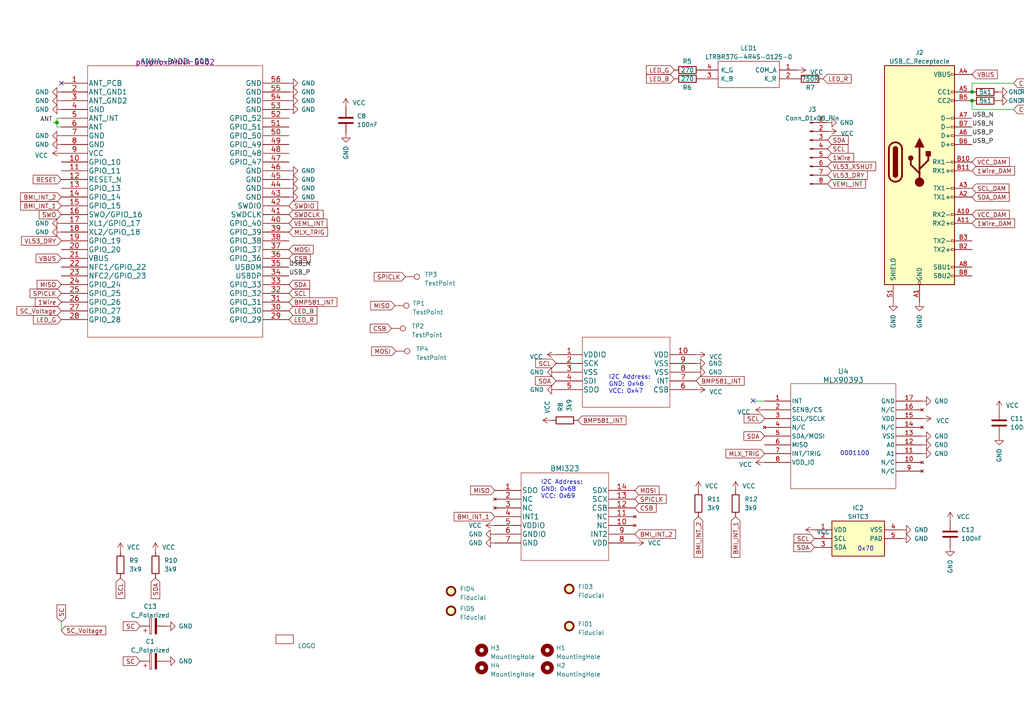
<source format=kicad_sch>
(kicad_sch (version 20230121) (generator eeschema)
  (paper "A4")
  (junction (at -80.01 208.28))
  (junction (at 16.51 35.56))
  (junction (at 281.94 26.67))
  (junction (at -80.01 215.9))
  (junction (at 281.94 29.21))
  (junction (at -71.12 208.28))
  (junction (at -104.14 119.38))
  (junction (at -74.295 249.555))
  (junction (at -30.48 83.185))
  (no_connect (at 218.44 116.205))
  (no_connect (at 17.78 24.13))
  (wire (pts (xy 281.94 24.13) (xy 294.005 24.13)))
  (wire (pts (xy -71.12 213.36) (xy -71.12 208.28)))
  (wire (pts (xy -104.14 119.38) (xy -104.14 120.015)))
  (wire (pts (xy 281.94 26.67) (xy 281.94 24.13)))
  (polyline (pts (xy -26.035 201.295) (xy -26.035 308.61)))
  (wire (pts (xy 281.94 29.21) (xy 281.94 31.75)))
  (wire (pts (xy -73.66 249.555) (xy -74.295 249.555)))
  (wire (pts (xy 16.51 35.56) (xy 16.51 36.83)))
  (wire (pts (xy -33.02 83.185) (xy -30.48 83.185)))
  (polyline (pts (xy -201.93 154.305) (xy -201.93 86.995)))
  (polyline (pts (xy -121.285 279.4) (xy -29.21 279.4)))
  (polyline (pts (xy -46.355 45.72) (xy -46.355 85.09)))
  (wire (pts (xy -57.785 107.95) (xy -50.165 107.95)))
  (wire (pts (xy -71.12 208.28) (xy -80.01 208.28)))
  (polyline (pts (xy -46.355 85.09) (xy -6.985 85.09)))
  (wire (pts (xy 16.51 34.29) (xy 16.51 35.56)))
  (wire (pts (xy 15.24 35.56) (xy 16.51 35.56)))
  (polyline (pts (xy -123.19 305.435) (xy -123.19 308.61)))
  (wire (pts (xy -80.01 215.9) (xy -71.12 215.9)))
  (wire (pts (xy 17.78 180.34) (xy 17.78 182.88)))
  (wire (pts (xy -74.295 242.57) (xy -74.295 249.555)))
  (wire (pts (xy 218.44 116.205) (xy 218.44 116.332)))
  (wire (pts (xy -30.48 81.915) (xy -30.48 83.185)))
  (polyline (pts (xy -26.035 308.61) (xy -123.19 308.61)))
  (wire (pts (xy -50.165 120.65) (xy -50.165 126.365)))
  (wire (pts (xy 221.742 116.332) (xy 218.44 116.332)))
  (wire (pts (xy -71.12 205.105) (xy -71.12 208.28)))
  (wire (pts (xy -33.02 51.435) (xy -30.48 51.435)))
  (wire (pts (xy -90.17 208.28) (xy -80.01 208.28)))
  (polyline (pts (xy -13.97 86.995) (xy -13.97 154.305)))
  (polyline (pts (xy -201.93 154.305) (xy -13.97 154.305)))
  (wire (pts (xy 16.51 36.83) (xy 17.78 36.83)))
  (wire (pts (xy -57.15 126.365) (xy -50.165 126.365)))
  (polyline (pts (xy -123.19 305.435) (xy -123.19 201.295)))
  (wire (pts (xy -30.48 83.185) (xy -29.845 83.185)))
  (wire (pts (xy 16.51 34.29) (xy 17.78 34.29)))
  (polyline (pts (xy -201.93 86.995) (xy -13.97 86.995)))
  (polyline (pts (xy -6.985 85.09) (xy -6.985 45.72)))
  (wire (pts (xy -33.02 83.185) (xy -33.02 81.915)))
  (polyline (pts (xy -8.255 45.72) (xy -46.355 45.72)))
  (polyline (pts (xy -123.19 201.295) (xy -26.035 201.295)))
  (wire (pts (xy -104.14 118.745) (xy -104.14 119.38)))
  (wire (pts (xy -50.165 107.95) (xy -50.165 115.57)))
  (wire (pts (xy -88.265 252.095) (xy -73.66 252.095)))
  (wire (pts (xy 281.94 31.75) (xy 294.005 31.75)))
  (polyline (pts (xy -120.015 236.855) (xy -27.94 236.855)))
  (polyline (pts (xy -39.37 198.755) (xy -39.37 199.39)))
  (polyline (pts (xy -8.255 45.72) (xy -6.985 45.72)))
  (wire (pts (xy -104.775 119.38) (xy -104.14 119.38)))
  (text "0x70" (at 248.666 160.02 0) (effects (font (size 1.27 1.27)) (justify left bottom)))
  (text "I2C Address:\nGND: 0x68\nVCC: 0x69" (at 156.845 144.78 0) (effects (font (size 1.27 1.27)) (justify left bottom)))
  (text "Current Limiter to Charge SC" (at -121.92 240.665 0) (effects (font (size 1.27 1.27)) (justify left bottom)))
  (text "0001100" (at 243.586 132.334 0) (effects (font (size 1.27 1.27)) (justify left bottom)))
  (text "boost to 3.3V" (at -121.285 281.94 0) (effects (font (size 1.27 1.27)) (justify left bottom)))
  (text "I2C Address:\nGND: 0x46\nVCC: 0x47" (at 176.53 114.3 0) (effects (font (size 1.27 1.27)) (justify left bottom)))
  (text "USB 5V to 2.95V" (at -121.92 205.105 0) (effects (font (size 1.27 1.27)) (justify left bottom)))
  (label "ANT" (at 15.24 35.56 180))
  (label "USB_P" (at 281.94 39.37 0))
  (label "USB_N" (at 281.94 34.29 0))
  (label "USB_P" (at 83.82 80.01 0))
  (label "USB_N" (at 83.82 77.47 0))
  (label "USB_P" (at 281.94 41.91 0))
  (label "USB_N" (at 281.94 36.83 0))
  (global_label "SC" (shape input) (at -54.61 292.1 90) (property "Intersheetrefs" "${INTERSHEET_REFS}" (effects hide)))
  (global_label "SWDIO" (shape input) (at -17.78 66.675 0) (property "Intersheetrefs" "${INTERSHEET_REFS}" (effects hide)))
  (global_label "MOSI" (shape input) (at 184.15 142.24 0) (property "Intersheetrefs" "${INTERSHEET_REFS}" (effects hide)))
  (global_label "VBUS" (shape input) (at -110.49 218.44 90) (property "Intersheetrefs" "${INTERSHEET_REFS}" (effects hide)))
  (global_label "VBUS" (shape input) (at -35.56 215.9 0) (property "Intersheetrefs" "${INTERSHEET_REFS}" (effects hide)))
  (global_label "VCC_DAM" (shape input) (at -168.91 116.84 180) (property "Intersheetrefs" "${INTERSHEET_REFS}" (effects hide)))
  (global_label "DAM_REF" (shape input) (at -73.025 110.49 180) (property "Intersheetrefs" "${INTERSHEET_REFS}" (effects hide)))
  (global_label "SC" (shape input) (at -62.865 293.37 0) (property "Intersheetrefs" "${INTERSHEET_REFS}" (effects hide)))
  (global_label "1Wire_DAM" (shape input) (at -158.75 139.7 270) (property "Intersheetrefs" "${INTERSHEET_REFS}" (effects hide)))
  (global_label "SCL" (shape input) (at 240.03 43.18 0) (property "Intersheetrefs" "${INTERSHEET_REFS}" (effects hide)))
  (global_label "SDA" (shape input) (at 236.22 158.75 180) (property "Intersheetrefs" "${INTERSHEET_REFS}" (effects hide)))
  (global_label "BUCK_OUT" (shape input) (at -104.775 254.635 90) (property "Intersheetrefs" "${INTERSHEET_REFS}" (effects hide)))
  (global_label "SWDCLK" (shape input) (at 83.82 62.23 0) (property "Intersheetrefs" "${INTERSHEET_REFS}" (effects hide)))
  (global_label "SCL_DAM" (shape input) (at 281.94 54.61 0) (property "Intersheetrefs" "${INTERSHEET_REFS}" (effects hide)))
  (global_label "1Wire" (shape input) (at 240.03 45.72 0) (property "Intersheetrefs" "${INTERSHEET_REFS}" (effects hide)))
  (global_label "SC" (shape input) (at 40.64 181.61 180) (property "Intersheetrefs" "${INTERSHEET_REFS}" (effects hide)))
  (global_label "MISO" (shape input) (at 114.554 88.646 180) (property "Intersheetrefs" "${INTERSHEET_REFS}" (effects hide)))
  (global_label "BUCK_OUT" (shape input) (at -73.66 262.255 270) (property "Intersheetrefs" "${INTERSHEET_REFS}" (effects hide)))
  (global_label "RESET" (shape input) (at -16.51 34.29 0) (property "Intersheetrefs" "${INTERSHEET_REFS}" (effects hide)))
  (global_label "VBUS" (shape input) (at -193.675 114.3 90) (property "Intersheetrefs" "${INTERSHEET_REFS}" (effects hide)))
  (global_label "CSB" (shape input) (at 184.15 147.32 0) (property "Intersheetrefs" "${INTERSHEET_REFS}" (effects hide)))
  (global_label "VBUS" (shape input) (at -158.75 99.06 90) (property "Intersheetrefs" "${INTERSHEET_REFS}" (effects hide)))
  (global_label "SDA" (shape input) (at 45.085 167.64 270) (property "Intersheetrefs" "${INTERSHEET_REFS}" (effects hide)))
  (global_label "SC_Voltage" (shape input) (at 17.78 182.88 0) (property "Intersheetrefs" "${INTERSHEET_REFS}" (effects hide)))
  (global_label "LED_R" (shape input) (at 83.82 92.71 0) (property "Intersheetrefs" "${INTERSHEET_REFS}" (effects hide)))
  (global_label "LED_G" (shape input) (at 195.58 20.32 180) (property "Intersheetrefs" "${INTERSHEET_REFS}" (effects hide)))
  (global_label "SCL" (shape input) (at 221.742 121.412 180) (property "Intersheetrefs" "${INTERSHEET_REFS}" (effects hide)))
  (global_label "SCL" (shape input) (at 34.925 167.64 270) (property "Intersheetrefs" "${INTERSHEET_REFS}" (effects hide)))
  (global_label "DAM_REF" (shape input) (at -104.775 119.38 180) (property "Intersheetrefs" "${INTERSHEET_REFS}" (effects hide)))
  (global_label "SCL" (shape input) (at 236.22 156.21 180) (property "Intersheetrefs" "${INTERSHEET_REFS}" (effects hide)))
  (global_label "VEML_INT" (shape input) (at 240.03 53.34 0) (property "Intersheetrefs" "${INTERSHEET_REFS}" (effects hide)))
  (global_label "SC_Voltage" (shape input) (at 17.78 90.17 180) (property "Intersheetrefs" "${INTERSHEET_REFS}" (effects hide)))
  (global_label "VBUS" (shape input) (at 17.78 74.93 180) (property "Intersheetrefs" "${INTERSHEET_REFS}" (effects hide)))
  (global_label "RESET" (shape input) (at -17.78 59.055 0) (property "Intersheetrefs" "${INTERSHEET_REFS}" (effects hide)))
  (global_label "CSB" (shape input) (at 113.538 95.25 180) (property "Intersheetrefs" "${INTERSHEET_REFS}" (effects hide)))
  (global_label "VBUS" (shape input) (at -34.925 107.95 90) (property "Intersheetrefs" "${INTERSHEET_REFS}" (effects hide)))
  (global_label "SCL" (shape input) (at -151.13 99.06 90) (property "Intersheetrefs" "${INTERSHEET_REFS}" (effects hide)))
  (global_label "VL53_DRY" (shape input) (at 240.03 50.8 0) (property "Intersheetrefs" "${INTERSHEET_REFS}" (effects hide)))
  (global_label "BUCK_OUT" (shape input) (at -43.18 249.555 0) (property "Intersheetrefs" "${INTERSHEET_REFS}" (effects hide)))
  (global_label "CC2" (shape input) (at 294.005 31.75 0) (property "Intersheetrefs" "${INTERSHEET_REFS}" (effects hide)))
  (global_label "SDA" (shape input) (at 240.03 40.64 0) (property "Intersheetrefs" "${INTERSHEET_REFS}" (effects hide)))
  (global_label "MOSI" (shape input) (at 114.808 101.854 180) (property "Intersheetrefs" "${INTERSHEET_REFS}" (effects hide)))
  (global_label "SCL_DAM" (shape input) (at -153.67 99.06 90) (property "Intersheetrefs" "${INTERSHEET_REFS}" (effects hide)))
  (global_label "DAM" (shape input) (at -138.43 116.84 0) (property "Intersheetrefs" "${INTERSHEET_REFS}" (effects hide)))
  (global_label "BMI_INT_2" (shape input) (at 17.78 57.15 180) (property "Intersheetrefs" "${INTERSHEET_REFS}" (effects hide)))
  (global_label "MOSI" (shape input) (at 83.82 72.39 0) (property "Intersheetrefs" "${INTERSHEET_REFS}" (effects hide)))
  (global_label "VL53_XSHUT" (shape input) (at 240.03 48.26 0) (property "Intersheetrefs" "${INTERSHEET_REFS}" (effects hide)))
  (global_label "VBUS" (shape input) (at -92.71 109.855 90) (property "Intersheetrefs" "${INTERSHEET_REFS}" (effects hide)))
  (global_label "MISO" (shape input) (at 17.78 82.55 180) (property "Intersheetrefs" "${INTERSHEET_REFS}" (effects hide)))
  (global_label "SWO" (shape input) (at -17.78 69.215 0) (property "Intersheetrefs" "${INTERSHEET_REFS}" (effects hide)))
  (global_label "MISO" (shape input) (at 143.51 142.24 180) (property "Intersheetrefs" "${INTERSHEET_REFS}" (effects hide)))
  (global_label "1Wire" (shape input) (at -156.21 139.7 270) (property "Intersheetrefs" "${INTERSHEET_REFS}" (effects hide)))
  (global_label "VCC_DAM" (shape input) (at 281.94 46.99 0) (property "Intersheetrefs" "${INTERSHEET_REFS}" (effects hide)))
  (global_label "DAM" (shape input) (at -168.91 121.92 180) (property "Intersheetrefs" "${INTERSHEET_REFS}" (effects hide)))
  (global_label "MLX_TRIG" (shape input) (at 83.82 67.31 0) (property "Intersheetrefs" "${INTERSHEET_REFS}" (effects hide)))
  (global_label "BMP581_INT" (shape input) (at 83.82 87.63 0) (property "Intersheetrefs" "${INTERSHEET_REFS}" (effects hide)))
  (global_label "SCL" (shape input) (at 161.29 105.41 180) (property "Intersheetrefs" "${INTERSHEET_REFS}" (effects hide)))
  (global_label "SDA" (shape input) (at 221.742 126.492 180) (property "Intersheetrefs" "${INTERSHEET_REFS}" (effects hide)))
  (global_label "DAM" (shape input) (at -168.91 114.3 180) (property "Intersheetrefs" "${INTERSHEET_REFS}" (effects hide)))
  (global_label "DAM" (shape input) (at -22.225 118.11 0) (property "Intersheetrefs" "${INTERSHEET_REFS}" (effects hide)))
  (global_label "LED_B" (shape input) (at 83.82 90.17 0) (property "Intersheetrefs" "${INTERSHEET_REFS}" (effects hide)))
  (global_label "1Wire" (shape input) (at 17.78 87.63 180) (property "Intersheetrefs" "${INTERSHEET_REFS}" (effects hide)))
  (global_label "BMI_INT_2" (shape input) (at 184.15 154.94 0) (property "Intersheetrefs" "${INTERSHEET_REFS}" (effects hide)))
  (global_label "CSB" (shape input) (at 83.82 74.93 0) (property "Intersheetrefs" "${INTERSHEET_REFS}" (effects hide)))
  (global_label "SDA" (shape input) (at 83.82 82.55 0) (property "Intersheetrefs" "${INTERSHEET_REFS}" (effects hide)))
  (global_label "VBUS" (shape input) (at -35.56 213.36 0) (property "Intersheetrefs" "${INTERSHEET_REFS}" (effects hide)))
  (global_label "1Wire_DAM" (shape input) (at 281.94 49.53 0) (property "Intersheetrefs" "${INTERSHEET_REFS}" (effects hide)))
  (global_label "SPICLK" (shape input) (at 117.602 80.264 180) (property "Intersheetrefs" "${INTERSHEET_REFS}" (effects hide)))
  (global_label "BMI_INT_1" (shape input) (at 213.36 149.86 270) (property "Intersheetrefs" "${INTERSHEET_REFS}" (effects hide)))
  (global_label "BUCK_OUT" (shape input) (at -43.18 254.635 0) (property "Intersheetrefs" "${INTERSHEET_REFS}" (effects hide)))
  (global_label "SDA_DAM" (shape input) (at 281.94 57.15 0) (property "Intersheetrefs" "${INTERSHEET_REFS}" (effects hide)))
  (global_label "SC" (shape input) (at 40.64 191.77 180) (property "Intersheetrefs" "${INTERSHEET_REFS}" (effects hide)))
  (global_label "SC" (shape input) (at -70.485 298.45 0) (property "Intersheetrefs" "${INTERSHEET_REFS}" (effects hide)))
  (global_label "CC2" (shape input) (at -72.39 123.825 180) (property "Intersheetrefs" "${INTERSHEET_REFS}" (effects hide)))
  (global_label "SDA_DAM" (shape input) (at -138.43 119.38 0) (property "Intersheetrefs" "${INTERSHEET_REFS}" (effects hide)))
  (global_label "SCL" (shape input) (at 83.82 85.09 0) (property "Intersheetrefs" "${INTERSHEET_REFS}" (effects hide)))
  (global_label "SPICLK" (shape input) (at 17.78 85.09 180) (property "Intersheetrefs" "${INTERSHEET_REFS}" (effects hide)))
  (global_label "VBUS" (shape input) (at 281.94 21.59 0) (property "Intersheetrefs" "${INTERSHEET_REFS}" (effects hide)))
  (global_label "BMI_INT_2" (shape input) (at 202.565 149.86 270) (property "Intersheetrefs" "${INTERSHEET_REFS}" (effects hide)))
  (global_label "LED_B" (shape input) (at 195.58 22.86 180) (property "Intersheetrefs" "${INTERSHEET_REFS}" (effects hide)))
  (global_label "1Wire_DAM" (shape input) (at 281.94 64.77 0) (property "Intersheetrefs" "${INTERSHEET_REFS}" (effects hide)))
  (global_label "VBUS" (shape input) (at -104.14 111.125 90) (property "Intersheetrefs" "${INTERSHEET_REFS}" (effects hide)))
  (global_label "VEML_INT" (shape input) (at 83.82 64.77 0) (property "Intersheetrefs" "${INTERSHEET_REFS}" (effects hide)))
  (global_label "SWDIO" (shape input) (at 83.82 59.69 0) (property "Intersheetrefs" "${INTERSHEET_REFS}" (effects hide)))
  (global_label "DAM_REF" (shape input) (at -72.39 128.905 180) (property "Intersheetrefs" "${INTERSHEET_REFS}" (effects hide)))
  (global_label "CC1" (shape input) (at 294.005 24.13 0) (property "Intersheetrefs" "${INTERSHEET_REFS}" (effects hide)))
  (global_label "SPICLK" (shape input) (at 184.15 144.78 0) (property "Intersheetrefs" "${INTERSHEET_REFS}" (effects hide)))
  (global_label "SC" (shape input) (at -66.675 242.57 0) (property "Intersheetrefs" "${INTERSHEET_REFS}" (effects hide)))
  (global_label "VL53_DRY" (shape input) (at 17.78 69.85 180) (property "Intersheetrefs" "${INTERSHEET_REFS}" (effects hide)))
  (global_label "SWO" (shape input) (at 17.78 62.23 180) (property "Intersheetrefs" "${INTERSHEET_REFS}" (effects hide)))
  (global_label "BMI_INT_1" (shape input) (at 143.51 149.86 180) (property "Intersheetrefs" "${INTERSHEET_REFS}" (effects hide)))
  (global_label "LED_G" (shape input) (at 17.78 92.71 180) (property "Intersheetrefs" "${INTERSHEET_REFS}" (effects hide)))
  (global_label "BUCK_OUT" (shape input) (at -71.12 205.105 0) (property "Intersheetrefs" "${INTERSHEET_REFS}" (effects hide)))
  (global_label "BMP581_INT" (shape input) (at 201.93 110.49 0) (property "Intersheetrefs" "${INTERSHEET_REFS}" (effects hide)))
  (global_label "BMP581_INT" (shape input) (at 167.64 121.92 0) (property "Intersheetrefs" "${INTERSHEET_REFS}" (effects hide)))
  (global_label "RESET" (shape input) (at 17.78 52.07 180) (property "Intersheetrefs" "${INTERSHEET_REFS}" (effects hide)))
  (global_label "DAM" (shape input) (at -156.21 99.06 90) (property "Intersheetrefs" "${INTERSHEET_REFS}" (effects hide)))
  (global_label "SDA" (shape input) (at -138.43 121.92 0) (property "Intersheetrefs" "${INTERSHEET_REFS}" (effects hide)))
  (global_label "BMI_INT_1" (shape input) (at 17.78 59.69 180) (property "Intersheetrefs" "${INTERSHEET_REFS}" (effects hide)))
  (global_label "VCC_DAM" (shape input) (at 281.94 62.23 0) (property "Intersheetrefs" "${INTERSHEET_REFS}" (effects hide)))
  (global_label "SC" (shape input) (at -111.125 293.37 180) (property "Intersheetrefs" "${INTERSHEET_REFS}" (effects hide)))
  (global_label "SC" (shape input) (at 17.78 180.34 90) (property "Intersheetrefs" "${INTERSHEET_REFS}" (effects hide)))
  (global_label "LED_R" (shape input) (at 238.76 22.86 0) (property "Intersheetrefs" "${INTERSHEET_REFS}" (effects hide)))
  (global_label "SDA" (shape input) (at 161.29 110.49 180) (property "Intersheetrefs" "${INTERSHEET_REFS}" (effects hide)))
  (global_label "CC1" (shape input) (at -73.025 105.41 180) (property "Intersheetrefs" "${INTERSHEET_REFS}" (effects hide)))
  (global_label "SWDCLK" (shape input) (at -17.78 64.135 0) (property "Intersheetrefs" "${INTERSHEET_REFS}" (effects hide)))
  (global_label "MLX_TRIG" (shape input) (at 221.742 131.572 180) (property "Intersheetrefs" "${INTERSHEET_REFS}" (effects hide)))
  (symbol (lib_id "power:GND") (at 201.93 107.95 90) (unit 1)
    (property "Reference" "#PWR018" (effects hide))
    (property "Value" "GND" (at 209.55 107.95 90) (effects (justify left)))
  )
  (symbol (lib_id "power:GND") (at 17.78 31.75 270) (unit 1)
    (property "Reference" "#PWR035" (effects hide))
    (property "Value" "GND" (at 10.16 31.75 90) (effects (justify left)))
  )
  (symbol (lib_id "power:VCC") (at 231.14 20.32 270) (unit 1)
    (property "Reference" "#PWR056" (effects hide))
    (property "Value" "VCC" (at 234.95 20.955 90) (effects (justify left)))
  )
  (symbol (lib_id "power:GND") (at 100.33 38.735 0) (unit 1)
    (property "Reference" "#PWR044" (effects hide))
    (property "Value" "GND" (at 100.33 46.355 90) (effects (justify left)))
  )
  (symbol (lib_id "power:GND") (at 240.03 35.56 90) (unit 1)
    (property "Reference" "#PWR096" (effects hide))
    (property "Value" "GND" (at 247.65 35.56 90) (effects (justify left)))
  )
  (symbol (lib_id "power:VCC") (at 160.02 121.92 90) (unit 1)
    (property "Reference" "#PWR061" (effects hide))
    (property "Value" "VCC" (at 158.7499 120.015 0) (effects (justify left)))
  )
  (symbol (lib_id "Device:R") (at 213.36 146.05 0) (unit 1) (in_bom no)
    (property "Reference" "R12" (at 215.9 144.7799 0) (effects (justify left)))
    (property "Value" "3k9" (at 215.9 147.3199 0) (effects (justify left)))
    (property "Footprint" "Resistor_SMD:R_0603_1608Metric" (effects hide))
    (property "Hersteller-Teilenummer" "CRCW06033K90JNEB" (effects hide))
    (property "Verpackung" "R8" (effects hide))
  )
  (symbol (lib_id "power:GND") (at 48.26 191.77 90) (unit 1)
    (property "Reference" "#PWR01" (effects hide))
    (property "Value" "GND" (at 55.88 191.77 90) (effects (justify left)))
  )
  (symbol (lib_id "power:GND") (at 275.59 158.75 0) (unit 1)
    (property "Reference" "#PWR084" (effects hide))
    (property "Value" "GND" (at 275.59 166.37 90) (effects (justify left)))
  )
  (symbol (lib_id "power:GND") (at 83.82 52.07 90) (unit 1)
    (property "Reference" "#PWR027" (effects hide))
    (property "Value" "GND" (at 91.44 52.07 90) (effects (justify left)))
  )
  (symbol (lib_id "Device:C") (at 289.814 122.682 0) (unit 1)
    (property "Reference" "C11" (at 292.989 121.4119 0) (effects (justify left)))
    (property "Value" "100nF" (at 292.989 123.9519 0) (effects (justify left)))
    (property "Footprint" "Capacitor_SMD:C_0603_1608Metric" (effects hide))
    (property "Hersteller-Teilenummer" "CC0603KRX7R7BB104" (effects hide))
    (property "Verpackung" "R8" (effects hide))
  )
  (symbol (lib_id "power:GND") (at 143.51 154.94 270) (unit 1)
    (property "Reference" "#PWR015" (effects hide))
    (property "Value" "GND" (at 135.89 154.94 90) (effects (justify left)))
  )
  (symbol (lib_id "power:GND") (at 316.992 128.524 0) (unit 1)
    (property "Reference" "#PWR070" (effects hide))
    (property "Value" "GND" (at 316.992 136.144 90) (effects (justify left)))
  )
  (symbol (lib_id "Connector:USB_C_Receptacle") (at 266.7 46.99 0) (unit 1)
    (property "Reference" "J2" (at 266.7 15.24 0))
    (property "Value" "USB_C_Receptacle" (at 266.7 17.78 0))
    (property "Footprint" "phyphox:USB_C_Receptacle_Molex_105450-0101" (effects hide))
    (property "Datasheet" "https://www.usb.org/sites/default/files/documents/usb_type-c.zip" (effects hide))
    (property "Hersteller-Teilenummer" "105450-0101" (effects hide))
    (property "Verpackung" "R24" (effects hide))
  )
  (symbol (lib_id "Device:R") (at 163.83 121.92 90) (unit 1) (in_bom no)
    (property "Reference" "R8" (at 162.5599 119.38 0) (effects (justify left)))
    (property "Value" "3k9" (at 165.0999 119.38 0) (effects (justify left)))
    (property "Footprint" "Resistor_SMD:R_0603_1608Metric" (effects hide))
    (property "Hersteller-Teilenummer" "CRCW06033K90JNEB" (effects hide))
    (property "Verpackung" "R8" (effects hide))
  )
  (symbol (lib_id "Device:C") (at -54.61 295.91 0) (unit 1)
    (property "Reference" "C4" (at -51.435 294.6399 0) (effects (justify left)))
    (property "Value" "10uF" (at -51.435 297.1799 0) (effects (justify left)))
    (property "Footprint" "Capacitor_SMD:C_0805_2012Metric" (effects hide))
    (property "Hersteller-Teilenummer" "GRM21BR61C106KE15L" (effects hide))
    (property "Verpackung" "R8" (effects hide))
  )
  (symbol (lib_id "Device:R") (at -104.14 123.825 0) (unit 1)
    (property "Reference" "R18" (at -101.6 122.5549 0) (effects (justify left)))
    (property "Value" "3k9" (at -101.6 125.0949 0) (effects (justify left)))
    (property "Footprint" "Resistor_SMD:R_0603_1608Metric" (effects hide))
    (property "Hersteller-Teilenummer" "CRCW06033K90JNEB" (effects hide))
    (property "Verpackung" "R8" (effects hide))
  )
  (symbol (lib_id "power:GND") (at 83.82 54.61 90) (unit 1)
    (property "Reference" "#PWR028" (effects hide))
    (property "Value" "GND" (at 91.44 54.61 90) (effects (justify left)))
  )
  (symbol (lib_id "power:GND") (at 83.82 29.21 90) (unit 1)
    (property "Reference" "#PWR032" (effects hide))
    (property "Value" "GND" (at 91.44 29.21 90) (effects (justify left)))
  )
  (symbol (lib_id "Device:R") (at 34.925 163.83 0) (unit 1)
    (property "Reference" "R9" (at 37.465 162.5599 0) (effects (justify left)))
    (property "Value" "3k9" (at 37.465 165.0999 0) (effects (justify left)))
    (property "Footprint" "Resistor_SMD:R_0603_1608Metric" (effects hide))
    (property "Hersteller-Teilenummer" "CRCW06033K90JNEB" (effects hide))
    (property "Verpackung" "R8" (effects hide))
  )
  (symbol (lib_id "phyphox-symbols:BMP581") (at 161.29 102.87 0) (unit 1)
    (property "Reference" "U3" (effects hide))
    (property "Value" "BMP581" (effects hide))
    (property "Footprint" "phyphox:BMP581" (effects hide))
    (property "Hersteller-Teilenummer" "BMP581" (effects hide))
    (property "Verpackung" "R12" (effects hide))
  )
  (symbol (lib_id "power:GND") (at -193.675 121.92 0) (unit 1)
    (property "Reference" "#PWR073" (effects hide))
    (property "Value" "GND" (at -193.675 129.54 90) (effects (justify left)))
  )
  (symbol (lib_id "Device:R") (at 234.95 22.86 270) (unit 1)
    (property "Reference" "R7" (at 233.68 25.4 90) (effects (justify left)))
    (property "Value" "750R" (at 232.41 22.86 90) (effects (justify left)))
    (property "Footprint" "Resistor_SMD:R_0603_1608Metric" (effects hide))
    (property "Hersteller-Teilenummer" "CR0603-JW-751ELF" (effects hide))
    (property "Verpackung" "R8" (effects hide))
  )
  (symbol (lib_id "Device:C") (at 303.53 124.46 0) (unit 1)
    (property "Reference" "C9" (at 306.705 123.1899 0) (effects (justify left)))
    (property "Value" "100nF" (at 306.705 125.7299 0) (effects (justify left)))
    (property "Footprint" "Capacitor_SMD:C_0603_1608Metric" (effects hide))
    (property "Hersteller-Teilenummer" "CC0603KRX7R7BB104" (effects hide))
    (property "Verpackung" "R8" (effects hide))
  )
  (symbol (lib_id "power:GND") (at 289.814 126.492 0) (unit 1)
    (property "Reference" "#PWR082" (effects hide))
    (property "Value" "GND" (at 289.814 134.112 90) (effects (justify left)))
  )
  (symbol (lib_id "power:GND") (at -110.49 226.06 0) (unit 1)
    (property "Reference" "#PWR05" (effects hide))
    (property "Value" "GND" (at -110.49 233.68 90) (effects (justify left)))
  )
  (symbol (lib_id "power:GND") (at 267.462 126.492 90) (unit 1)
    (property "Reference" "#PWR048" (effects hide))
    (property "Value" "GND" (at 275.082 126.492 90) (effects (justify left)))
  )
  (symbol (lib_id "power:VCC") (at 201.93 113.03 270) (unit 1)
    (property "Reference" "#PWR046" (effects hide))
    (property "Value" "VCC" (at 205.74 113.665 90) (effects (justify left)))
  )
  (symbol (lib_id "Connector:Conn_01x08_Pin") (at 234.95 43.18 0) (unit 1)
    (property "Reference" "J3" (at 235.585 31.75 0))
    (property "Value" "Conn_01x08_Pin" (at 235.585 34.29 0))
    (property "Footprint" "Connector_PinSocket_1.00mm:PinSocket_1x08_P1.00mm_Vertical_SMD_Pin1Left" (effects hide))
    (property "Hersteller-Teilenummer" "BC070-08-A-1-L-C" (effects hide))
  )
  (symbol (lib_id "Connector:Conn_ARM_JTAG_SWD_10") (at -30.48 66.675 0) (unit 1) (in_bom no)
    (property "Reference" "J1" (at -42.545 65.4049 0) (effects (justify right)))
    (property "Value" "Conn_ARM_JTAG_SWD_10" (at -19.05 48.26 0) (effects (justify right)))
    (property "Footprint" "phyphox:Tag-Connect_TC2050-IDC-NL_2x05_P1.27mm_Vertical" (effects hide))
    (property "Datasheet" "http://infocenter.arm.com/help/topic/com.arm.doc.ddi0314h/DDI0314H_coresight_components_trm.pdf" (effects hide))
  )
  (symbol (lib_id "power:GND") (at -151.13 139.7 0) (unit 1)
    (property "Reference" "#PWR075" (effects hide))
    (property "Value" "GND" (at -151.13 147.32 90) (effects (justify left)))
  )
  (symbol (lib_id "power:GND") (at -81.915 249.555 180) (unit 1)
    (property "Reference" "#PWR025" (effects hide))
    (property "Value" "GND" (at -81.915 241.935 90) (effects (justify left)))
  )
  (symbol (lib_id "power:VCC") (at 289.814 118.872 0) (unit 1)
    (property "Reference" "#PWR081" (effects hide))
    (property "Value" "VCC" (at 291.719 117.6019 0) (effects (justify left)))
  )
  (symbol (lib_id "power:VCC") (at 221.742 134.112 90) (unit 1)
    (property "Reference" "#PWR051" (effects hide))
    (property "Value" "VCC" (at 218.186 134.747 90) (effects (justify left)))
  )
  (symbol (lib_id "Device:R") (at 199.39 22.86 90) (unit 1)
    (property "Reference" "R6" (at 200.66 25.4 90) (effects (justify left)))
    (property "Value" "270" (at 201.295 22.86 90) (effects (justify left)))
    (property "Footprint" "Resistor_SMD:R_0603_1608Metric" (effects hide))
    (property "Hersteller-Teilenummer" "AC0603JR-07270RL" (effects hide))
    (property "Verpackung" "R8" (effects hide))
  )
  (symbol (lib_id "power:GND") (at -104.14 127.635 0) (unit 1)
    (property "Reference" "#PWR091" (effects hide))
    (property "Value" "GND" (at -104.14 135.255 90) (effects (justify left)))
  )
  (symbol (lib_id "power:GND") (at 267.462 131.572 90) (unit 1)
    (property "Reference" "#PWR050" (effects hide))
    (property "Value" "GND" (at 275.082 131.572 90) (effects (justify left)))
  )
  (symbol (lib_id "power:GND") (at 161.29 107.95 270) (unit 1)
    (property "Reference" "#PWR016" (effects hide))
    (property "Value" "GND" (at 153.67 107.95 90) (effects (justify left)))
  )
  (symbol (lib_id "power:GND") (at 266.7 87.63 0) (unit 1)
    (property "Reference" "#PWR019" (effects hide))
    (property "Value" "GND" (at 266.7 95.25 90) (effects (justify left)))
  )
  (symbol (lib_id "power:VCC") (at 202.565 142.24 0) (unit 1)
    (property "Reference" "#PWR063" (effects hide))
    (property "Value" "VCC" (at 204.47 140.9699 0) (effects (justify left)))
  )
  (symbol (lib_id "Mechanical:Fiducial") (at 165.1 170.815 0) (unit 1)
    (property "Reference" "FID3" (at 167.64 170.18 0) (effects (justify left)))
    (property "Value" "Fiducial" (at 167.64 172.72 0) (effects (justify left)))
    (property "Footprint" "Fiducial:Fiducial_0.5mm_Mask1mm" (effects hide))
  )
  (symbol (lib_id "Connector:TestPoint") (at 117.602 80.264 270) (unit 1)
    (property "Reference" "TP3" (at 123.19 79.629 90) (effects (justify left)))
    (property "Value" "TestPoint" (at 123.19 82.169 90) (effects (justify left)))
    (property "Footprint" "TestPoint:TestPoint_Pad_D1.0mm" (effects hide))
  )
  (symbol (lib_id "phyphox-symbols:TMUX1511RSVR") (at -168.91 114.3 0) (unit 1)
    (property "Reference" "IC6" (effects hide))
    (property "Value" "TMUX1511RSVR" (at -134.62 111.1503 0))
    (property "Footprint" "phyphox:QFN40P180X260X55-16N" (effects hide))
    (property "Datasheet" "http://www.ti.com/lit/ds/symlink/tmux1511.pdf" (effects hide))
    (property "Height" "0.55" (effects hide))
    (property "Mouser Part Number" "595-TMUX1511RSVR" (effects hide))
    (property "Mouser Price/Stock" "https://www.mouser.co.uk/ProductDetail/Texas-Instruments/TMUX1511RSVR?qs=PqoDHHvF648fktrCSdjlhA%3D%3D" (effects hide))
    (property "Manufacturer_Name" "Texas Instruments" (effects hide))
    (property "Manufacturer_Part_Number" "TMUX1511RSVR" (effects hide))
    (property "Hersteller-Teilenummer" "TMUX1511RSVR" (effects hide))
    (property "Verpackung" "R12" (effects hide))
  )
  (symbol (lib_id "power:GND") (at -29.845 83.185 90) (unit 1)
    (property "Reference" "#PWR078" (effects hide))
    (property "Value" "GND" (at -26.67 83.1849 90) (effects (justify right)))
  )
  (symbol (lib_id "power:VCC") (at 161.29 102.87 90) (unit 1)
    (property "Reference" "#PWR059" (effects hide))
    (property "Value" "VCC" (at 157.48 103.505 90) (effects (justify left)))
  )
  (symbol (lib_id "Amplifier_Operational:LM358") (at -90.17 117.475 0) (unit 3)
    (property "Reference" "U5" (at -90.17 116.84 0) (effects (justify left)))
    (property "Value" "LM358" (at -90.17 119.38 0) (effects (justify left)))
    (property "Footprint" "Package_TO_SOT_SMD:SOT-23-8" (effects hide))
    (property "Datasheet" "http://www.ti.com/lit/ds/symlink/lm2904-n.pdf" (effects hide))
    (property "Hersteller-Teilenummer" "LM2904BIDDFR" (effects hide))
    (property "Verpackung" "R8" (effects hide))
  )
  (symbol (lib_id "phyphox-symbols:SHTC3") (at 236.22 153.67 0) (unit 1)
    (property "Reference" "IC2" (at 248.92 147.32 0))
    (property "Value" "SHTC3" (at 248.92 149.86 0))
    (property "Footprint" "SHTC3" (effects hide))
    (property "Datasheet" "https://www.glynshop.com/erp/owweb/Daten/Datenblaetter/Sensirion/SHTC3.pdf" (effects hide))
    (property "Height" "0.75" (effects hide))
    (property "Mouser Part Number" "403-SHTC3" (effects hide))
    (property "Mouser Price/Stock" "https://www.mouser.co.uk/ProductDetail/Sensirion/SHTC3?qs=y6ZabgHbY%252Bx3LlA87fqBwg%3D%3D" (effects hide))
    (property "Manufacturer_Name" "Sensirion" (effects hide))
    (property "Manufacturer_Part_Number" "SHTC3" (effects hide))
    (property "Hersteller-Teilenummer" "SHTC3" (effects hide))
    (property "Verpackung" "R8" (effects hide))
  )
  (symbol (lib_id "power:GND") (at 161.29 113.03 270) (unit 1)
    (property "Reference" "#PWR058" (effects hide))
    (property "Value" "GND" (at 153.67 113.03 90) (effects (justify left)))
  )
  (symbol (lib_id "power:VCC") (at -41.275 292.1 0) (unit 1)
    (property "Reference" "#PWR021" (effects hide))
    (property "Value" "VCC" (at -38.735 290.8299 0) (effects (justify left)))
  )
  (symbol (lib_id "power:GND") (at -88.265 244.475 180) (unit 1)
    (property "Reference" "#PWR024" (effects hide))
    (property "Value" "GND" (at -88.265 236.855 90) (effects (justify left)))
  )
  (symbol (lib_id "power:GND") (at 261.62 153.67 90) (unit 1)
    (property "Reference" "#PWR07" (effects hide))
    (property "Value" "GND" (at 269.24 153.67 90) (effects (justify left)))
  )
  (symbol (lib_id "power:VCC") (at 303.53 120.65 0) (unit 1)
    (property "Reference" "#PWR06" (effects hide))
    (property "Value" "VCC" (at 305.435 119.3799 0) (effects (justify left)))
  )
  (symbol (lib_id "power:GND") (at 201.93 105.41 90) (unit 1)
    (property "Reference" "#PWR017" (effects hide))
    (property "Value" "GND" (at 209.55 105.41 90) (effects (justify left)))
  )
  (symbol (lib_id "power:VCC") (at 34.925 160.02 0) (unit 1)
    (property "Reference" "#PWR060" (effects hide))
    (property "Value" "VCC" (at 36.83 158.7499 0) (effects (justify left)))
  )
  (symbol (lib_id "power:GND") (at 267.462 116.332 90) (unit 1)
    (property "Reference" "#PWR08" (effects hide))
    (property "Value" "GND" (at 275.082 116.332 90) (effects (justify left)))
  )
  (symbol (lib_id "Device:C") (at 100.33 34.925 0) (unit 1)
    (property "Reference" "C8" (at 103.505 33.6549 0) (effects (justify left)))
    (property "Value" "100nF" (at 103.505 36.1949 0) (effects (justify left)))
    (property "Footprint" "Capacitor_SMD:C_0603_1608Metric" (effects hide))
    (property "Hersteller-Teilenummer" "CC0603KRX7R7BB104" (effects hide))
    (property "Verpackung" "R8" (effects hide))
  )
  (symbol (lib_id "Device:L") (at -66.675 293.37 90) (unit 1)
    (property "Reference" "L1" (at -66.675 287.02 90))
    (property "Value" "4u7" (at -66.675 289.56 90))
    (property "Footprint" "phyphox:IND_LQH5BPN4R7NT0L" (effects hide))
    (property "Hersteller-Teilenummer" "81-LQH5BPN4R7NT0L0L" (effects hide))
    (property "Verpackung" "R12" (effects hide))
  )
  (symbol (lib_id "power:GND") (at -104.775 262.255 0) (unit 1)
    (property "Reference" "#PWR042" (effects hide))
    (property "Value" "GND" (at -104.775 269.875 90) (effects (justify left)))
  )
  (symbol (lib_id "power:GND") (at 17.78 39.37 270) (unit 1)
    (property "Reference" "#PWR038" (effects hide))
    (property "Value" "GND" (at 10.16 39.37 90) (effects (justify left)))
  )
  (symbol (lib_id "power:GND") (at 83.82 24.13 90) (unit 1)
    (property "Reference" "#PWR034" (effects hide))
    (property "Value" "GND" (at 91.44 24.13 90) (effects (justify left)))
  )
  (symbol (lib_id "Connector:TestPoint") (at 113.538 95.25 270) (unit 1)
    (property "Reference" "TP2" (at 119.38 94.615 90) (effects (justify left)))
    (property "Value" "TestPoint" (at 119.38 97.155 90) (effects (justify left)))
    (property "Footprint" "TestPoint:TestPoint_Pad_D1.0mm" (effects hide))
  )
  (symbol (lib_id "power:GND") (at 17.78 67.31 270) (unit 1)
    (property "Reference" "#PWR041" (effects hide))
    (property "Value" "GND" (at 10.16 67.31 90) (effects (justify left)))
  )
  (symbol (lib_id "Device:C") (at 275.59 154.94 0) (unit 1)
    (property "Reference" "C12" (at 278.765 153.6699 0) (effects (justify left)))
    (property "Value" "100nF" (at 278.765 156.2099 0) (effects (justify left)))
    (property "Footprint" "Capacitor_SMD:C_0603_1608Metric" (effects hide))
    (property "Hersteller-Teilenummer" "CC0603KRX7R7BB104" (effects hide))
    (property "Verpackung" "R8" (effects hide))
  )
  (symbol (lib_id "power:GND") (at -92.71 125.095 0) (unit 1)
    (property "Reference" "#PWR092" (effects hide))
    (property "Value" "GND" (at -92.71 132.715 90) (effects (justify left)))
  )
  (symbol (lib_id "phyphox-symbols:ANNA-B402-00B") (at 17.78 24.13 0) (unit 1)
    (property "Reference" "U1" (effects hide))
    (property "Value" "ANNA-B402-00B" (at 50.8 17.78 0) (effects (font (size 1.524 1.524))))
    (property "Footprint" "phyphox:ANNA B402" (at 50.8 18.034 0) (effects (font (size 1.524 1.524))))
    (property "Hersteller-Teilenummer" "ANNA-B402-00B" (effects hide))
    (property "Verpackung" "R16" (effects hide))
  )
  (symbol (lib_id "power:GND") (at -43.18 252.095 90) (unit 1)
    (property "Reference" "#PWR023" (effects hide))
    (property "Value" "GND" (at -35.56 252.095 90) (effects (justify left)))
  )
  (symbol (lib_id "Device:R") (at -104.14 114.935 0) (unit 1)
    (property "Reference" "R19" (at -101.6 113.6649 0) (effects (justify left)))
    (property "Value" "100k" (at -101.6 116.2049 0) (effects (justify left)))
    (property "Footprint" "Resistor_SMD:R_0603_1608Metric" (effects hide))
    (property "Hersteller-Teilenummer" "RCG0603100KJNEA" (effects hide))
    (property "Verpackung" "R8" (effects hide))
  )
  (symbol (lib_id "Device:C") (at -78.105 249.555 270) (unit 1)
    (property "Reference" "C7" (at -76.8349 252.73 0) (effects (justify left)))
    (property "Value" "1uF" (at -79.3749 252.73 0) (effects (justify left)))
    (property "Footprint" "Capacitor_SMD:C_0603_1608Metric" (effects hide))
    (property "Hersteller-Teilenummer" "CC0603KRX7R7BB105" (effects hide))
    (property "Verpackung" "R8" (effects hide))
  )
  (symbol (lib_id "power:GND") (at -54.61 299.72 0) (unit 1)
    (property "Reference" "#PWR020" (effects hide))
    (property "Value" "GND" (at -54.61 307.34 90) (effects (justify left)))
  )
  (symbol (lib_id "power:VCC") (at 213.36 142.24 0) (unit 1)
    (property "Reference" "#PWR064" (effects hide))
    (property "Value" "VCC" (at 215.265 140.9699 0) (effects (justify left)))
  )
  (symbol (lib_id "Device:C") (at -90.17 212.09 180) (unit 1)
    (property "Reference" "C3" (at -95.25 209.55 0) (effects (justify right)))
    (property "Value" "10uF" (at -99.06 212.09 0) (effects (justify right)))
    (property "Footprint" "Capacitor_SMD:C_0805_2012Metric" (effects hide))
    (property "Hersteller-Teilenummer" "GRM21BR61C106KE15L" (effects hide))
    (property "Verpackung" "R8" (effects hide))
  )
  (symbol (lib_id "Device:C") (at -41.275 295.91 0) (unit 1)
    (property "Reference" "C5" (at -38.1 294.6399 0) (effects (justify left)))
    (property "Value" "10uF" (at -38.1 297.1799 0) (effects (justify left)))
    (property "Footprint" "Capacitor_SMD:C_0805_2012Metric" (effects hide))
    (property "Hersteller-Teilenummer" "GRM21BR61C106KE15L" (effects hide))
    (property "Verpackung" "R8" (effects hide))
  )
  (symbol (lib_id "Device:R") (at -80.01 219.71 0) (mirror y) (unit 1)
    (property "Reference" "R2" (at -82.55 218.4399 0) (effects (justify left)))
    (property "Value" "20k4" (at -82.55 220.9799 0) (effects (justify left)))
    (property "Footprint" "Resistor_SMD:R_0603_1608Metric" (effects hide))
    (property "Hersteller-Teilenummer" "CR0603-FX-2052ELF" (effects hide))
    (property "Verpackung" "R8" (effects hide))
  )
  (symbol (lib_id "power:GND") (at 17.78 41.91 270) (unit 1)
    (property "Reference" "#PWR039" (effects hide))
    (property "Value" "GND" (at 10.16 41.91 90) (effects (justify left)))
  )
  (symbol (lib_id "Device:C") (at -110.49 222.25 0) (unit 1)
    (property "Reference" "C2" (at -106.68 221.615 0) (effects (justify left)))
    (property "Value" "10uF" (at -106.68 224.155 0) (effects (justify left)))
    (property "Footprint" "Capacitor_SMD:C_0805_2012Metric" (effects hide))
    (property "Hersteller-Teilenummer" "GRM21BR61C106KE15L" (effects hide))
    (property "Verpackung" "R8" (effects hide))
  )
  (symbol (lib_id "power:GND") (at 48.26 181.61 90) (unit 1)
    (property "Reference" "#PWR09" (effects hide))
    (property "Value" "GND" (at 55.88 181.61 90) (effects (justify left)))
  )
  (symbol (lib_id "Device:FerriteBead") (at -70.485 242.57 90) (unit 1)
    (property "Reference" "FB1" (at -73.66 241.3 90))
    (property "Value" "MDF2016BSS600CTD25" (at -70.5358 238.76 90))
    (property "Footprint" "Inductor_SMD:L_0805_2012Metric" (effects hide))
    (property "Datasheet" "https://product.tdk.com/system/files/dam/doc/product/emc/emc/suppression-filter/catalog/suppression-filter_automotive_mdf2016_en.pdf" (effects hide))
    (property "Hersteller-Teilenummer" "MDF2016BSS600CTD25" (effects hide))
    (property "Verpackung" "R8" (effects hide))
  )
  (symbol (lib_id "power:GND") (at 17.78 64.77 270) (unit 1)
    (property "Reference" "#PWR040" (effects hide))
    (property "Value" "GND" (at 10.16 64.77 90) (effects (justify left)))
  )
  (symbol (lib_id "power:GND") (at -80.01 223.52 0) (unit 1)
    (property "Reference" "#PWR011" (effects hide))
    (property "Value" "GND" (at -80.01 231.14 90) (effects (justify left)))
  )
  (symbol (lib_id "Connector:TestPoint") (at 114.808 101.854 270) (unit 1)
    (property "Reference" "TP4" (at 120.65 101.219 90) (effects (justify left)))
    (property "Value" "TestPoint" (at 120.65 103.759 90) (effects (justify left)))
    (property "Footprint" "TestPoint:TestPoint_Pad_D1.0mm" (effects hide))
  )
  (symbol (lib_id "power:VCC") (at 143.51 152.4 90) (unit 1)
    (property "Reference" "#PWR065" (effects hide))
    (property "Value" "VCC" (at 135.89 152.4 90) (effects (justify right)))
  )
  (symbol (lib_id "Device:C") (at 316.992 124.714 0) (unit 1)
    (property "Reference" "C14" (at 320.167 123.4439 0) (effects (justify left)))
    (property "Value" "100nF" (at 320.167 125.9839 0) (effects (justify left)))
    (property "Footprint" "Capacitor_SMD:C_0603_1608Metric" (effects hide))
    (property "Hersteller-Teilenummer" "CC0603KRX7R7BB104" (effects hide))
    (property "Verpackung" "R8" (effects hide))
  )
  (symbol (lib_id "power:VCC") (at -70.485 295.91 270) (unit 1)
    (property "Reference" "#PWR02" (effects hide))
    (property "Value" "VCC" (at -66.675 295.9099 90) (effects (justify left)))
  )
  (symbol (lib_id "power:VCC") (at 236.22 153.67 90) (unit 1)
    (property "Reference" "#PWR069" (effects hide))
    (property "Value" "VCC" (at 236.855 154.305 90) (effects (justify right)))
  )
  (symbol (lib_id "phyphox-symbols:LD39200PUR") (at -71.12 213.36 0) (unit 1)
    (property "Reference" "IC3" (effects hide))
    (property "Value" "LD39200PUR" (at -53.34 208.915 0))
    (property "Footprint" "phyphox:SON95P300X300X100-7N-D" (effects hide))
    (property "Datasheet" "http://www.st.com/content/ccc/resource/technical/document/datasheet/4b/e6/2e/a4/16/04/46/9d/DM00102135.pdf/files/DM00102135.pdf/jcr:content/translations/en.DM00102135.pdf" (effects hide))
    (property "Height" "1" (effects hide))
    (property "Mouser Part Number" "511-LD39200PUR" (effects hide))
    (property "Mouser Price/Stock" "https://www.mouser.co.uk/ProductDetail/STMicroelectronics/LD39200PUR?qs=z7LT7PaeiGE3caFU%252B0euSw%3D%3D" (effects hide))
    (property "Manufacturer_Name" "STMicroelectronics" (effects hide))
    (property "Manufacturer_Part_Number" "LD39200PUR" (effects hide))
    (property "Hersteller-Teilenummer" "LD39200PUR" (effects hide))
    (property "Verpackung" "R12" (effects hide))
  )
  (symbol (lib_id "power:VCC") (at -33.02 51.435 90) (unit 1)
    (property "Reference" "#PWR077" (effects hide))
    (property "Value" "VCC" (at -36.83 51.4349 90) (effects (justify left)))
  )
  (symbol (lib_id "power:GND") (at 267.462 129.032 90) (unit 1)
    (property "Reference" "#PWR049" (effects hide))
    (property "Value" "GND" (at 275.082 129.032 90) (effects (justify left)))
  )
  (symbol (lib_id "power:GND") (at 143.51 157.48 270) (unit 1)
    (property "Reference" "#PWR014" (effects hide))
    (property "Value" "GND" (at 135.89 157.48 90) (effects (justify left)))
  )
  (symbol (lib_id "power:GND") (at -71.12 218.44 270) (unit 1)
    (property "Reference" "#PWR04" (effects hide))
    (property "Value" "GND" (at -77.47 220.345 90) (effects (justify left)))
  )
  (symbol (lib_id "power:GND") (at 261.62 156.21 90) (unit 1)
    (property "Reference" "#PWR047" (effects hide))
    (property "Value" "GND" (at 269.24 156.21 90) (effects (justify left)))
  )
  (symbol (lib_id "power:GND") (at 17.78 26.67 270) (unit 1)
    (property "Reference" "#PWR037" (effects hide))
    (property "Value" "GND" (at 10.16 26.67 90) (effects (justify left)))
  )
  (symbol (lib_id "Connector:TestPoint") (at 114.554 88.646 270) (unit 1)
    (property "Reference" "TP1" (at 119.634 88.011 90) (effects (justify left)))
    (property "Value" "TestPoint" (at 119.634 90.551 90) (effects (justify left)))
    (property "Footprint" "TestPoint:TestPoint_Pad_D1.0mm" (effects hide))
  )
  (symbol (lib_id "Amplifier_Operational:LM358") (at -64.77 126.365 0) (unit 2)
    (property "Reference" "U5" (at -64.77 117.475 0))
    (property "Value" "LM358" (at -64.77 120.015 0))
    (property "Footprint" "Package_TO_SOT_SMD:SOT-23-8" (effects hide))
    (property "Datasheet" "http://www.ti.com/lit/ds/symlink/lm2904-n.pdf" (effects hide))
    (property "Hersteller-Teilenummer" "LM2904BIDDFR" (effects hide))
    (property "Verpackung" "R8" (effects hide))
  )
  (symbol (lib_id "power:VCC") (at 275.59 151.13 0) (unit 1)
    (property "Reference" "#PWR083" (effects hide))
    (property "Value" "VCC" (at 277.495 149.8599 0) (effects (justify left)))
  )
  (symbol (lib_id "phyphox-symbols:XC9142B33CMR-G") (at -111.125 293.37 0) (unit 1)
    (property "Reference" "U6" (effects hide))
    (property "Value" "XC9142B33CMR-G" (at -90.805 285.75 0) (effects (font (size 1.524 1.524))))
    (property "Footprint" "phyphox:XC9142B33CMR-G" (effects hide))
    (property "Datasheet" "https://www.torexsemi.com/file/xc9141/XC9141-XC9142.pdf" (effects hide))
    (property "Hersteller-Teilenummer" "XC9142B33CMR-G" (effects hide))
    (property "Verpackung" "R8" (effects hide))
  )
  (symbol (lib_id "power:VCC") (at 100.33 31.115 0) (unit 1)
    (property "Reference" "#PWR043" (effects hide))
    (property "Value" "VCC" (at 102.235 29.8449 0) (effects (justify left)))
  )
  (symbol (lib_id "Device:R") (at 202.565 146.05 0) (unit 1) (in_bom no)
    (property "Reference" "R11" (at 205.105 144.7799 0) (effects (justify left)))
    (property "Value" "3k9" (at 205.105 147.3199 0) (effects (justify left)))
    (property "Footprint" "Resistor_SMD:R_0603_1608Metric" (effects hide))
    (property "Hersteller-Teilenummer" "CRCW06033K90JNEB" (effects hide))
    (property "Verpackung" "R8" (effects hide))
  )
  (symbol (lib_id "Mechanical:Fiducial") (at 130.81 171.45 0) (unit 1)
    (property "Reference" "FID4" (at 133.35 170.815 0) (effects (justify left)))
    (property "Value" "Fiducial" (at 133.35 173.355 0) (effects (justify left)))
    (property "Footprint" "Fiducial:Fiducial_0.5mm_Mask1mm" (effects hide))
  )
  (symbol (lib_id "power:GND") (at -53.34 233.68 270) (unit 1)
    (property "Reference" "#PWR012" (effects hide))
    (property "Value" "GND" (at -59.69 235.585 90) (effects (justify left)))
  )
  (symbol (lib_id "Device:R") (at -73.66 258.445 0) (mirror y) (unit 1)
    (property "Reference" "R3" (at -76.2 257.1749 0) (effects (justify left)))
    (property "Value" "20k4" (at -76.2 259.7149 0) (effects (justify left)))
    (property "Footprint" "Resistor_SMD:R_0603_1608Metric" (effects hide))
    (property "Hersteller-Teilenummer" "CR0603-FX-2052ELF" (effects hide))
    (property "Verpackung" "R8" (effects hide))
  )
  (symbol (lib_id "Device:C_Polarized") (at 44.45 191.77 90) (unit 1)
    (property "Reference" "C1" (at 43.561 186.055 90))
    (property "Value" "C_Polarized" (at 43.561 188.595 90))
    (property "Footprint" "phyphox:SuperCap_DSF106Q3R0C" (effects hide))
    (property "Hersteller-Teilenummer" "DSF106Q3R0C" (effects hide))
  )
  (symbol (lib_id "power:VCC") (at 267.462 121.412 270) (unit 1)
    (property "Reference" "#PWR052" (effects hide))
    (property "Value" "VCC" (at 271.526 122.047 90) (effects (justify left)))
  )
  (symbol (lib_id "power:GND") (at 289.56 29.21 90) (unit 1)
    (property "Reference" "#PWR080" (effects hide))
    (property "Value" "GND" (at 296.545 29.21 90) (effects (justify left)))
  )
  (symbol (lib_id "Mechanical:MountingHole") (at 139.7 193.675 0) (unit 1)
    (property "Reference" "H4" (at 142.24 193.04 0) (effects (justify left)))
    (property "Value" "MountingHole" (at 142.24 195.58 0) (effects (justify left)))
    (property "Footprint" "phyphox:Keystone_8734" (effects hide))
  )
  (symbol (lib_id "phyphox-symbols:BMI323") (at 143.51 142.24 0) (unit 1)
    (property "Reference" "U2" (effects hide))
    (property "Value" "BMI323" (at 163.83 135.89 0) (effects (font (size 1.524 1.524))))
    (property "Footprint" "phyphox:BMI323" (effects hide))
    (property "Hersteller-Teilenummer" "BMI323" (effects hide))
    (property "Verpackung" "R12" (effects hide))
  )
  (symbol (lib_id "Mechanical:Fiducial") (at 165.1 181.61 0) (unit 1)
    (property "Reference" "FID1" (at 167.64 180.975 0) (effects (justify left)))
    (property "Value" "Fiducial" (at 167.64 183.515 0) (effects (justify left)))
    (property "Footprint" "Fiducial:Fiducial_0.5mm_Mask1mm" (effects hide))
  )
  (symbol (lib_id "Mechanical:MountingHole") (at 158.75 193.675 0) (unit 1)
    (property "Reference" "H2" (at 161.29 193.04 0) (effects (justify left)))
    (property "Value" "MountingHole" (at 161.29 195.58 0) (effects (justify left)))
    (property "Footprint" "phyphox:Keystone_8734" (effects hide))
  )
  (symbol (lib_id "power:GND") (at -41.275 299.72 0) (unit 1)
    (property "Reference" "#PWR022" (effects hide))
    (property "Value" "GND" (at -41.275 307.34 90) (effects (justify left)))
  )
  (symbol (lib_id "Device:R") (at 285.75 29.21 90) (unit 1)
    (property "Reference" "R14" (at 299.72 29.21 90) (effects (justify left)))
    (property "Value" "5k1" (at 287.655 29.21 90) (effects (justify left)))
    (property "Footprint" "Resistor_SMD:R_0603_1608Metric" (effects hide))
    (property "Hersteller-Teilenummer" "CRCW06035K10JNEAC" (effects hide))
    (property "Verpackung" "R8" (effects hide))
  )
  (symbol (lib_id "power:VCC") (at 240.03 38.1 270) (unit 1)
    (property "Reference" "#PWR097" (effects hide))
    (property "Value" "VCC" (at 243.84 38.735 90) (effects (justify left)))
  )
  (symbol (lib_id "Device:R") (at -88.265 248.285 0) (mirror y) (unit 1)
    (property "Reference" "R4" (at -90.805 247.0149 0) (effects (justify left)))
    (property "Value" "20k4" (at -90.805 249.5549 0) (effects (justify left)))
    (property "Footprint" "Resistor_SMD:R_0603_1608Metric" (effects hide))
    (property "Hersteller-Teilenummer" "CR0603-FX-2052ELF" (effects hide))
    (property "Verpackung" "R8" (effects hide))
  )
  (symbol (lib_id "Device:R") (at 285.75 26.67 90) (unit 1)
    (property "Reference" "R13" (at 299.72 26.67 90) (effects (justify left)))
    (property "Value" "5k1" (at 287.655 26.67 90) (effects (justify left)))
    (property "Footprint" "Resistor_SMD:R_0603_1608Metric" (effects hide))
    (property "Hersteller-Teilenummer" "CRCW06035K10JNEAC" (effects hide))
    (property "Verpackung" "R8" (effects hide))
  )
  (symbol (lib_id "Mechanical:MountingHole") (at 139.7 188.595 0) (unit 1)
    (property "Reference" "H3" (at 142.24 187.96 0) (effects (justify left)))
    (property "Value" "MountingHole" (at 142.24 190.5 0) (effects (justify left)))
    (property "Footprint" "phyphox:Keystone_8734" (effects hide))
    (property "Hersteller-Teilenummer" "8734" (effects hide))
  )
  (symbol (lib_id "power:GND") (at 303.53 128.27 0) (unit 1)
    (property "Reference" "#PWR054" (effects hide))
    (property "Value" "GND" (at 303.53 135.89 90) (effects (justify left)))
  )
  (symbol (lib_id "Device:C") (at -104.775 258.445 0) (unit 1)
    (property "Reference" "C6" (at -101.6 257.1749 0) (effects (justify left)))
    (property "Value" "1uF" (at -101.6 259.7149 0) (effects (justify left)))
    (property "Footprint" "Capacitor_SMD:C_0603_1608Metric" (effects hide))
    (property "Hersteller-Teilenummer" "CC0603KRX7R7BB105" (effects hide))
    (property "Verpackung" "R8" (effects hide))
  )
  (symbol (lib_id "Amplifier_Operational:LM358") (at -65.405 107.95 0) (unit 1)
    (property "Reference" "U5" (at -65.405 99.06 0))
    (property "Value" "LM358" (at -65.405 101.6 0))
    (property "Footprint" "Package_TO_SOT_SMD:SOT-23-8" (effects hide))
    (property "Datasheet" "http://www.ti.com/lit/ds/symlink/lm2904-n.pdf" (effects hide))
    (property "Hersteller-Teilenummer" "LM2904BIDDFR" (effects hide))
    (property "Verpackung" "R8" (effects hide))
  )
  (symbol (lib_id "power:VCC") (at 221.742 118.872 90) (unit 1)
    (property "Reference" "#PWR053" (effects hide))
    (property "Value" "VCC" (at 217.678 119.507 90) (effects (justify left)))
  )
  (symbol (lib_id "Device:R") (at -80.01 212.09 180) (unit 1)
    (property "Reference" "R1" (at -82.55 213.3601 0) (effects (justify left)))
    (property "Value" "100k" (at -82.55 210.8201 0) (effects (justify left)))
    (property "Footprint" "Resistor_SMD:R_0603_1608Metric" (effects hide))
    (property "Hersteller-Teilenummer" "RCG0603100KJNEA" (effects hide))
    (property "Verpackung" "R8" (effects hide))
  )
  (symbol (lib_id "power:GND") (at -26.67 34.29 270) (unit 1)
    (property "Reference" "#PWR095" (effects hide))
    (property "Value" "GND" (at -28.575 34.925 90) (effects (justify right)))
  )
  (symbol (lib_id "power:GND") (at 289.56 26.67 90) (unit 1)
    (property "Reference" "#PWR079" (effects hide))
    (property "Value" "GND" (at 296.545 26.67 90) (effects (justify left)))
  )
  (symbol (lib_id "phyphox-symbols:LTRBR37G-4R4S-0125-0") (at 203.2 20.32 0) (unit 1)
    (property "Reference" "LED1" (at 217.17 13.97 0))
    (property "Value" "LTRBR37G-4R4S-0125-0" (at 217.17 16.51 0))
    (property "Footprint" "phyphox:LTRBR37G4R4S01250" (effects hide))
    (property "Datasheet" "https://dammedia.osram.info/media/resource/hires/osram-dam-24639129/LTRB%20R37G_EN.pdf" (effects hide))
    (property "Description" "Standard LEDs - SMD LTRBR37G" (effects hide))
    (property "Height" "0.35" (effects hide))
    (property "Mouser Part Number" "720-LTRBR37GA6714" (effects hide))
    (property "Mouser Price/Stock" "https://www.mouser.co.uk/ProductDetail/ams-OSRAM/LTRBR37G-4R4S-0125-0?qs=vvQtp7zwQdPO5tl4HQ7ftA%3D%3D" (effects hide))
    (property "Manufacturer_Name" "AMS OSRAM GROUP" (effects hide))
    (property "Manufacturer_Part_Number" "LTRBR37G-4R4S-0125-0" (effects hide))
    (property "Hersteller-Teilenummer" "LTRBR37G-4R4S-0125-0" (effects hide))
    (property "Verpackung" "R8" (effects hide))
  )
  (symbol (lib_id "74xGxx:74LVC1G08") (at -34.925 118.11 0) (unit 1)
    (property "Reference" "U7" (at -21.59 114.6811 0))
    (property "Value" "74LVC1G08" (at -21.59 117.2211 0))
    (property "Footprint" "Package_TO_SOT_SMD:SOT-353_SC-70-5" (effects hide))
    (property "Datasheet" "https://www.ti.com/lit/ds/symlink/sn74lvc1g08.pdf" (effects hide))
    (property "Hersteller-Teilenummer" "74LVC1G08QSE-7" (effects hide))
    (property "Verpackung" "R8" (effects hide))
  )
  (symbol (lib_id "power:GND") (at 83.82 49.53 90) (unit 1)
    (property "Reference" "#PWR026" (effects hide))
    (property "Value" "GND" (at 91.44 49.53 90) (effects (justify left)))
  )
  (symbol (lib_id "phyphox-symbols:XC8108AC20ER-G") (at -73.66 249.555 0) (unit 1)
    (property "Reference" "S1" (effects hide))
    (property "Value" "XC8108AC20ER-G" (at -58.42 245.745 0))
    (property "Footprint" "SON50P200X180X60-7N" (effects hide))
    (property "Datasheet" "https://www.torexsemi.com/file/xc8108/XC8108.pdf" (effects hide))
    (property "Height" "0.6" (effects hide))
    (property "Mouser Part Number" "865-XC8108AC20ER-G" (effects hide))
    (property "Mouser Price/Stock" "https://www.mouser.co.uk/ProductDetail/Torex-Semiconductor/XC8108AC20ER-G?qs=AsjdqWjXhJ%252B6qkq37%2FzuSQ%3D%3D" (effects hide))
    (property "Manufacturer_Name" "Torex" (effects hide))
    (property "Manufacturer_Part_Number" "XC8108AC20ER-G" (effects hide))
    (property "Hersteller-Teilenummer" "XC8108AC20ER-G" (effects hide))
    (property "Verpackung" "R8" (effects hide))
  )
  (symbol (lib_id "phyphox-symbols:MLX90393SLW-ABA-011-RE") (at 221.742 116.332 0) (unit 1)
    (property "Reference" "U4" (at 244.602 107.696 0) (effects (font (size 1.524 1.524))))
    (property "Value" "MLX90393" (at 244.602 110.236 0) (effects (font (size 1.524 1.524))))
    (property "Footprint" "phyphox:MLX90393" (effects hide))
    (property "Datasheet" "MLX90393SLW-ABA-011-RE" (effects hide))
    (property "Hersteller-Teilenummer" "MLX90393SLW-ABA-011-RE" (effects hide))
  )
  (symbol (lib_id "power:VCC") (at 17.78 44.45 90) (unit 1)
    (property "Reference" "#PWR030" (effects hide))
    (property "Value" "VCC" (at 13.97 45.085 90) (effects (justify left)))
  )
  (symbol (lib_id "power:VCC") (at 201.93 102.87 270) (unit 1)
    (property "Reference" "#PWR057" (effects hide))
    (property "Value" "VCC" (at 205.74 103.505 90) (effects (justify left)))
  )
  (symbol (lib_id "power:GND") (at -90.17 215.9 0) (unit 1)
    (property "Reference" "#PWR010" (effects hide))
    (property "Value" "GND" (at -90.17 223.52 90) (effects (justify left)))
  )
  (symbol (lib_id "power:VCC") (at 45.085 160.02 0) (unit 1)
    (property "Reference" "#PWR062" (effects hide))
    (property "Value" "VCC" (at 46.99 158.7499 0) (effects (justify left)))
  )
  (symbol (lib_id "power:GND") (at 17.78 29.21 270) (unit 1)
    (property "Reference" "#PWR036" (effects hide))
    (property "Value" "GND" (at 10.16 29.21 90) (effects (justify left)))
  )
  (symbol (lib_id "power:GND") (at -34.925 128.27 0) (unit 1)
    (property "Reference" "#PWR093" (effects hide))
    (property "Value" "GND" (at -34.925 135.89 90) (effects (justify left)))
  )
  (symbol (lib_id "Device:R") (at 199.39 20.32 90) (unit 1)
    (property "Reference" "R5" (at 200.66 17.78 90) (effects (justify left)))
    (property "Value" "270" (at 201.295 20.32 90) (effects (justify left)))
    (property "Footprint" "Resistor_SMD:R_0603_1608Metric" (effects hide))
    (property "Hersteller-Teilenummer" "AC0603JR-07270RL" (effects hide))
    (property "Verpackung" "R8" (effects hide))
  )
  (symbol (lib_id "Mechanical:MountingHole") (at 158.75 188.595 0) (unit 1)
    (property "Reference" "H1" (at 161.29 187.96 0) (effects (justify left)))
    (property "Value" "MountingHole" (at 161.29 190.5 0) (effects (justify left)))
    (property "Footprint" "phyphox:Keystone_8734" (effects hide))
  )
  (symbol (lib_id "phyphox-symbols:LOGO") (at 82.55 185.42 0) (unit 1) (in_bom no)
    (property "Reference" "Z1" (effects hide))
    (property "Value" "LOGO" (at 86.36 187.325 0) (effects (justify left)))
    (property "Footprint" "phyphox:logo_6x6mm" (effects hide))
  )
  (symbol (lib_id "power:GND") (at 83.82 31.75 90) (unit 1)
    (property "Reference" "#PWR031" (effects hide))
    (property "Value" "GND" (at 91.44 31.75 90) (effects (justify left)))
  )
  (symbol (lib_id "power:GND") (at -111.125 295.91 270) (unit 1)
    (property "Reference" "#PWR03" (effects hide))
    (property "Value" "GND" (at -118.745 295.91 90) (effects (justify left)))
  )
  (symbol (lib_id "power:GND") (at -58.42 269.875 0) (unit 1)
    (property "Reference" "#PWR013" (effects hide))
    (property "Value" "GND" (at -58.42 277.495 90) (effects (justify left)))
  )
  (symbol (lib_id "power:GND") (at 83.82 57.15 90) (unit 1)
    (property "Reference" "#PWR029" (effects hide))
    (property "Value" "GND" (at 91.44 57.15 90) (effects (justify left)))
  )
  (symbol (lib_id "Mechanical:Fiducial") (at 130.81 177.165 0) (unit 1)
    (property "Reference" "FID5" (at 133.35 176.53 0) (effects (justify left)))
    (property "Value" "Fiducial" (at 133.35 179.07 0) (effects (justify left)))
    (property "Footprint" "Fiducial:Fiducial_0.5mm_Mask1mm" (effects hide))
  )
  (symbol (lib_id "power:VCC") (at -168.91 119.38 90) (unit 1)
    (property "Reference" "#PWR076" (effects hide))
    (property "Value" "VCC" (at -172.72 120.015 90) (effects (justify left)))
  )
  (symbol (lib_id "power:GND") (at 259.08 87.63 0) (unit 1)
    (property "Reference" "#PWR045" (effects hide))
    (property "Value" "GND" (at 259.08 95.25 90) (effects (justify left)))
  )
  (symbol (lib_id "power:VCC") (at 316.992 120.904 0) (unit 1)
    (property "Reference" "#PWR055" (effects hide))
    (property "Value" "VCC" (at 318.897 119.6339 0) (effects (justify left)))
  )
  (symbol (lib_id "power:GND") (at 83.82 26.67 90) (unit 1)
    (property "Reference" "#PWR033" (effects hide))
    (property "Value" "GND" (at 91.44 26.67 90) (effects (justify left)))
  )
  (symbol (lib_id "Switch:SW_Push") (at -21.59 34.29 0) (unit 1)
    (property "Reference" "SW1" (at -21.59 27.94 0))
    (property "Value" "SW_Push" (at -21.59 30.48 0))
    (property "Footprint" "phyphox:EVQP7J01P" (effects hide))
    (property "Hersteller-Teilenummer" "EVQ-P7A01P" (effects hide))
  )
  (symbol (lib_id "Device:C") (at -193.675 118.11 0) (unit 1)
    (property "Reference" "C10" (at -190.5 116.8399 0) (effects (justify left)))
    (property "Value" "100nF" (at -190.5 119.3799 0) (effects (justify left)))
    (property "Footprint" "Capacitor_SMD:C_0603_1608Metric" (effects hide))
    (property "Hersteller-Teilenummer" "CC0603KRX7R7BB104" (effects hide))
    (property "Verpackung" "R8" (effects hide))
  )
  (symbol (lib_id "Device:R") (at 45.085 163.83 0) (unit 1)
    (property "Reference" "R10" (at 47.625 162.5599 0) (effects (justify left)))
    (property "Value" "3k9" (at 47.625 165.0999 0) (effects (justify left)))
    (property "Footprint" "Resistor_SMD:R_0603_1608Metric" (effects hide))
    (property "Hersteller-Teilenummer" "CRCW06033K90JNEB" (effects hide))
    (property "Verpackung" "R8" (effects hide))
  )
  (symbol (lib_id "Device:C_Polarized") (at 44.45 181.61 90) (unit 1)
    (property "Reference" "C13" (at 43.561 175.895 90))
    (property "Value" "C_Polarized" (at 43.561 178.435 90))
    (property "Footprint" "phyphox:SuperCap_DSF106Q3R0C" (effects hide))
    (property "Hersteller-Teilenummer" "DSF106Q3R0C" (effects hide))
  )
  (symbol (lib_id "power:VCC") (at 184.15 157.48 270) (unit 1)
    (property "Reference" "#PWR068" (effects hide))
    (property "Value" "VCC" (at 191.77 157.48 90) (effects (justify right)))
  )
)
</source>
